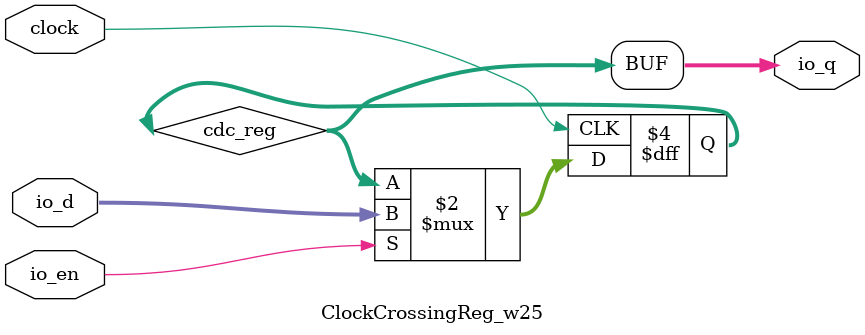
<source format=sv>
`ifndef RANDOMIZE
  `ifdef RANDOMIZE_REG_INIT
    `define RANDOMIZE
  `endif // RANDOMIZE_REG_INIT
`endif // not def RANDOMIZE
`ifndef RANDOMIZE
  `ifdef RANDOMIZE_MEM_INIT
    `define RANDOMIZE
  `endif // RANDOMIZE_MEM_INIT
`endif // not def RANDOMIZE

`ifndef RANDOM
  `define RANDOM $random
`endif // not def RANDOM

// Users can define 'PRINTF_COND' to add an extra gate to prints.
`ifndef PRINTF_COND_
  `ifdef PRINTF_COND
    `define PRINTF_COND_ (`PRINTF_COND)
  `else  // PRINTF_COND
    `define PRINTF_COND_ 1
  `endif // PRINTF_COND
`endif // not def PRINTF_COND_

// Users can define 'ASSERT_VERBOSE_COND' to add an extra gate to assert error printing.
`ifndef ASSERT_VERBOSE_COND_
  `ifdef ASSERT_VERBOSE_COND
    `define ASSERT_VERBOSE_COND_ (`ASSERT_VERBOSE_COND)
  `else  // ASSERT_VERBOSE_COND
    `define ASSERT_VERBOSE_COND_ 1
  `endif // ASSERT_VERBOSE_COND
`endif // not def ASSERT_VERBOSE_COND_

// Users can define 'STOP_COND' to add an extra gate to stop conditions.
`ifndef STOP_COND_
  `ifdef STOP_COND
    `define STOP_COND_ (`STOP_COND)
  `else  // STOP_COND
    `define STOP_COND_ 1
  `endif // STOP_COND
`endif // not def STOP_COND_

// Users can define INIT_RANDOM as general code that gets injected into the
// initializer block for modules with registers.
`ifndef INIT_RANDOM
  `define INIT_RANDOM
`endif // not def INIT_RANDOM

// If using random initialization, you can also define RANDOMIZE_DELAY to
// customize the delay used, otherwise 0.002 is used.
`ifndef RANDOMIZE_DELAY
  `define RANDOMIZE_DELAY 0.002
`endif // not def RANDOMIZE_DELAY

// Define INIT_RANDOM_PROLOG_ for use in our modules below.
`ifndef INIT_RANDOM_PROLOG_
  `ifdef RANDOMIZE
    `ifdef VERILATOR
      `define INIT_RANDOM_PROLOG_ `INIT_RANDOM
    `else  // VERILATOR
      `define INIT_RANDOM_PROLOG_ `INIT_RANDOM #`RANDOMIZE_DELAY begin end
    `endif // VERILATOR
  `else  // RANDOMIZE
    `define INIT_RANDOM_PROLOG_
  `endif // RANDOMIZE
`endif // not def INIT_RANDOM_PROLOG_

// Include register initializers in init blocks unless synthesis is set
`ifndef SYNTHESIS
  `ifndef ENABLE_INITIAL_REG_
    `define ENABLE_INITIAL_REG_
  `endif // not def ENABLE_INITIAL_REG_
`endif // not def SYNTHESIS

// Include rmemory initializers in init blocks unless synthesis is set
`ifndef SYNTHESIS
  `ifndef ENABLE_INITIAL_MEM_
    `define ENABLE_INITIAL_MEM_
  `endif // not def ENABLE_INITIAL_MEM_
`endif // not def SYNTHESIS

module ClockCrossingReg_w25(
  input         clock,
  input  [24:0] io_d,
  input         io_en,
  output [24:0] io_q
);

  reg [24:0] cdc_reg;	// Reg.scala:15:16
  always @(posedge clock) begin
    if (io_en)
      cdc_reg <= io_d;	// Reg.scala:15:16
  end // always @(posedge)
  `ifdef ENABLE_INITIAL_REG_
    `ifdef FIRRTL_BEFORE_INITIAL
      `FIRRTL_BEFORE_INITIAL
    `endif // FIRRTL_BEFORE_INITIAL
    initial begin
      automatic logic [31:0] _RANDOM[0:0];
      `ifdef INIT_RANDOM_PROLOG_
        `INIT_RANDOM_PROLOG_
      `endif // INIT_RANDOM_PROLOG_
      `ifdef RANDOMIZE_REG_INIT
        _RANDOM[/*Zero width*/ 1'b0] = `RANDOM;
        cdc_reg = _RANDOM[/*Zero width*/ 1'b0][24:0];	// Reg.scala:15:16
      `endif // RANDOMIZE_REG_INIT
    end // initial
    `ifdef FIRRTL_AFTER_INITIAL
      `FIRRTL_AFTER_INITIAL
    `endif // FIRRTL_AFTER_INITIAL
  `endif // ENABLE_INITIAL_REG_
  assign io_q = cdc_reg;	// Reg.scala:15:16
endmodule


</source>
